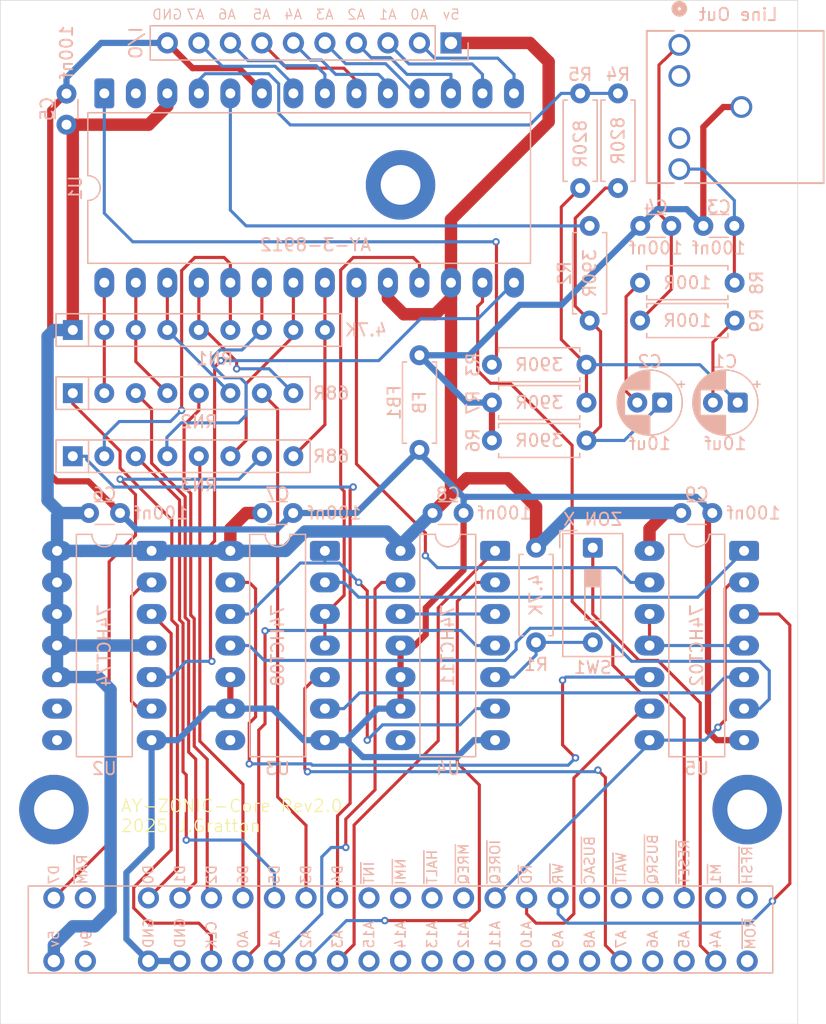
<source format=kicad_pcb>
(kicad_pcb (version 20241229) (generator "pcbnew") (generator_version "9.0")
  (title_block (title "AY-ZONIC-Core ZX81 PSG") (date "2025-09-25") (rev "2.0"))
  (layers (0 "F.Cu" signal) (2 "B.Cu" signal) (13 "F.Paste" user) (15 "B.Paste" user) (5 "F.SilkS" user "F.Silkscreen") (7 "B.SilkS" user "B.Silkscreen") (1 "F.Mask" user) (3 "B.Mask" user) (25 "Edge.Cuts" user))
  (net 0 "")
  (net 1 "Net-(C1-Pad1)")
  (net 2 "Net-(C1-Pad2)")
  (net 3 "Net-(C2-Pad1)")
  (net 4 "Net-(C2-Pad2)")
  (net 5 "/LEFT")
  (net 6 "GND_AUDIO")
  (net 7 "/RIGHT")
  (net 8 "VCC")
  (net 9 "GND")
  (net 12 "/D5")
  (net 14 "/D6")
  (net 15 "/A0")
  (net 16 "/A4")
  (net 17 "/D3")
  (net 19 "/D4")
  (net 20 "/~{WR}")
  (net 26 "/A1")
  (net 28 "/A3")
  (net 30 "/D7")
  (net 31 "/D0")
  (net 34 "/A7")
  (net 38 "/D1")
  (net 41 "/~{RD}")
  (net 45 "/D2")
  (net 46 "/CLK")
  (net 47 "/~{RESET}")
  (net 48 "/~{IOREQ}")
  (net 50 "/A2")
  (net 53 "/IOA7")
  (net 54 "/IOA5")
  (net 55 "/IOA6")
  (net 56 "/IOA1")
  (net 57 "/IOA4")
  (net 58 "/IOA3")
  (net 59 "/IOA2")
  (net 60 "/IOA0")
  (net 61 "Net-(R1-Pad2)")
  (net 62 "/OUTA")
  (net 63 "/OUTC")
  (net 64 "/OUTB")
  (net 65 "Net-(RN1-R5)")
  (net 66 "Net-(RN1-R4)")
  (net 67 "Net-(RN1-R7)")
  (net 68 "Net-(RN1-R2)")
  (net 69 "Net-(RN1-R3)")
  (net 70 "Net-(RN1-R6)")
  (net 71 "Net-(RN1-R1)")
  (net 72 "Net-(RN1-R8)")
  (net 73 "/BC1")
  (net 74 "/BDIR")
  (net 75 "/PSGCLK")
  (net 78 "Net-(U2A-D)")
  (net 80 "/IORD")
  (net 82 "/VALID")
  (net 83 "Net-(U3-Pad6)")
  (net 84 "Net-(U3-Pad11)")
  (net 85 "/IOWR")
  (net 86 "Net-(U4-Pad12)")
  (net 88 "Net-(U5-Pad11)")
  (footprint "MountingHole:MountingHole_3.2mm_M3_DIN965_Pad" (layer "F.Cu") (at 67.31 113.792)
    (property "Reference" "H2" (hide yes))
    (property "Value" "MountingHole" (hide yes))
  )
  (footprint "MountingHole:MountingHole_3.2mm_M3_DIN965_Pad" (layer "F.Cu") (at 123.19 113.792)
    (property "Reference" "H1" (hide yes))
    (property "Value" "MountingHole" (hide yes))
  )
  (footprint "MountingHole:MountingHole_3.2mm_M3_DIN965_Pad" (layer "F.Cu") (at 95.25 63.5)
    (property "Reference" "H3" (hide yes))
    (property "Value" "MountingHole" (hide yes))
  )
  (footprint "ZX81_Expansion_Connector:ZX81_EdgeConnector" (layer "F.Cu") (at 95.25 123.444)
    (property "Reference" "CO1" (hide yes))
    (property "Value" "Connector ZX81" (hide yes))
  )
  (footprint "Package_DIP:DIP-14_W7.62mm_LongPads" (layer "B.Cu") (at 122.936 92.964 180)
    (property "Reference" "U5")
    (property "Value" "74HCT02")
  )
  (footprint "Resistor_THT:R_Axial_DIN0207_L6.3mm_D2.5mm_P7.62mm_Horizontal" (layer "B.Cu") (at 114.554 71.374)
    (property "Reference" "R8")
    (property "Value" "100R")
  )
  (footprint "Resistor_THT:R_Axial_DIN0207_L6.3mm_D2.5mm_P7.62mm_Horizontal" (layer "B.Cu") (at 96.774 84.836 90)
    (property "Reference" "FB1")
    (property "Value" "FB")
  )
  (footprint "Capacitor_THT:C_Disc_D3.0mm_W1.6mm_P2.50mm" (layer "B.Cu") (at 70.144 89.916)
    (property "Reference" "C6")
    (property "Value" "100nf")
  )
  (footprint "Package_DIP:DIP-14_W7.62mm_LongPads" (layer "B.Cu") (at 75.184 92.964 180)
    (property "Reference" "U2")
    (property "Value" "74HCT74")
  )
  (footprint "Capacitor_THT:C_Disc_D3.0mm_W1.6mm_P2.50mm" (layer "B.Cu") (at 122.154 66.802 180)
    (property "Reference" "C3")
    (property "Value" "100nf")
  )
  (footprint "audio_jack:CONN5_SPC21348_MTC" (layer "B.Cu") (at 117.722 52.23 -90)
    (property "Reference" "Line Out")
    (property "Value" "LINEOUT" (hide yes))
  )
  (footprint "Capacitor_THT:CP_Radial_D5.0mm_P2.00mm" (layer "B.Cu") (at 122.428 81.026 180)
    (property "Reference" "C1")
    (property "Value" "10uf")
  )
  (footprint "Resistor_THT:R_Axial_DIN0207_L6.3mm_D2.5mm_P7.62mm_Horizontal" (layer "B.Cu") (at 110.236 81.026 180)
    (property "Reference" "R7")
    (property "Value" "390R")
  )
  (footprint "Resistor_THT:R_Axial_DIN0207_L6.3mm_D2.5mm_P7.62mm_Horizontal" (layer "B.Cu") (at 102.616 77.978)
    (property "Reference" "R3")
    (property "Value" "390R")
  )
  (footprint "Resistor_THT:R_Axial_DIN0207_L6.3mm_D2.5mm_P7.62mm_Horizontal" (layer "B.Cu") (at 106.172 92.71 -90)
    (property "Reference" "R1")
    (property "Value" "4.7K")
  )
  (footprint "Resistor_THT:R_Axial_DIN0207_L6.3mm_D2.5mm_P7.62mm_Horizontal" (layer "B.Cu") (at 122.174 74.422 180)
    (property "Reference" "R9")
    (property "Value" "100R")
  )
  (footprint "Capacitor_THT:CP_Radial_D5.0mm_P2.00mm" (layer "B.Cu") (at 116.332 81.026 180)
    (property "Reference" "C2")
    (property "Value" "10uf")
  )
  (footprint "Capacitor_THT:C_Disc_D3.0mm_W1.6mm_P2.50mm" (layer "B.Cu") (at 97.83 89.916)
    (property "Reference" "C8")
    (property "Value" "100nf")
  )
  (footprint "Capacitor_THT:C_Disc_D3.0mm_W1.6mm_P2.50mm" (layer "B.Cu") (at 117.074 66.802 180)
    (property "Reference" "C4")
    (property "Value" "100nf")
  )
  (footprint "Button_Switch_THT:SW_DIP_SPSTx01_Slide_9.78x4.72mm_W7.62mm_P2.54mm" (layer "B.Cu") (at 110.744 92.71 -90)
    (property "Reference" "SW1")
    (property "Value" "ZON X")
  )
  (footprint "Capacitor_THT:C_Disc_D3.0mm_W1.6mm_P2.50mm" (layer "B.Cu") (at 117.876 89.916)
    (property "Reference" "C9")
    (property "Value" "100nf")
  )
  (footprint "Resistor_THT:R_Axial_DIN0207_L6.3mm_D2.5mm_P7.62mm_Horizontal" (layer "B.Cu") (at 109.728 63.754 90)
    (property "Reference" "R5")
    (property "Value" "820R")
  )
  (footprint "Capacitor_THT:C_Disc_D3.0mm_W1.6mm_P2.50mm" (layer "B.Cu") (at 68.326 58.654 90)
    (property "Reference" "C5")
    (property "Value" "100nf")
  )
  (footprint "Resistor_THT:R_Array_SIP8" (layer "B.Cu") (at 68.834 85.344)
    (property "Reference" "RN3")
    (property "Value" "68R")
  )
  (footprint "Resistor_THT:R_Axial_DIN0207_L6.3mm_D2.5mm_P7.62mm_Horizontal" (layer "B.Cu") (at 110.49 66.802 -90)
    (property "Reference" "R2")
    (property "Value" "390R")
  )
  (footprint "Capacitor_THT:C_Disc_D3.0mm_W1.6mm_P2.50mm" (layer "B.Cu") (at 84.094 89.916)
    (property "Reference" "C7")
    (property "Value" "100nf")
  )
  (footprint "Resistor_THT:R_Axial_DIN0207_L6.3mm_D2.5mm_P7.62mm_Horizontal" (layer "B.Cu") (at 112.776 63.754 90)
    (property "Reference" "R4")
    (property "Value" "820R")
  )
  (footprint "Package_DIP:DIP-14_W7.62mm_LongPads" (layer "B.Cu") (at 89.154 92.964 180)
    (property "Reference" "U3")
    (property "Value" "74HCT08")
  )
  (footprint "Package_DIP:DIP-28_W15.24mm_LongPads" (layer "B.Cu") (at 71.374 56.134 -90)
    (property "Reference" "U1")
    (property "Value" "AY-3-8912")
  )
  (footprint "Resistor_THT:R_Axial_DIN0207_L6.3mm_D2.5mm_P7.62mm_Horizontal" (layer "B.Cu") (at 110.236 84.074 180)
    (property "Reference" "R6")
    (property "Value" "390R")
  )
  (footprint "Connector_PinHeader_2.54mm:PinHeader_1x10_P2.54mm_Vertical" (layer "B.Cu") (at 99.314 52.07 90)
    (property "Reference" "I/O")
    (property "Value" "01x10" (hide yes))
  )
  (footprint "Package_DIP:DIP-14_W7.62mm_LongPads" (layer "B.Cu") (at 102.87 92.964 180)
    (property "Reference" "U4")
    (property "Value" "74HCT11")
  )
  (footprint "Resistor_THT:R_Array_SIP9" (layer "B.Cu") (at 68.834 75.184)
    (property "Reference" "RN1")
    (property "Value" "4.7K")
  )
  (footprint "Resistor_THT:R_Array_SIP8" (layer "B.Cu") (at 68.834 80.264)
    (property "Reference" "RN2")
    (property "Value" "68R")
  )
  (gr_rect (start 62.992 48.641) (end 127.254 131.064) (stroke (width 0.05)) (fill no) (layer "Edge.Cuts"))
  (gr_text "AY-ZONIC-Core Rev2.0\n2025 J.Gratton" (at 72.644 114.3 0) (layer "F.SilkS") (effects (font (size 1 1) (thickness 0.1)) (justify left)))
  (segment (start 108.204 75.946) (end 108.204 65.278) (width 0.25) (layer "F.Cu") (net 1))
  (segment (start 110.236 77.978) (end 108.204 75.946) (width 0.25) (layer "F.Cu") (net 1))
  (segment (start 110.236 77.978) (end 110.236 81.026) (width 0.25) (layer "F.Cu") (net 1))
  (segment (start 108.204 65.278) (end 109.728 63.754) (width 0.25) (layer "F.Cu") (net 1))
  (segment (start 110.236 77.978) (end 119.38 77.978) (width 0.25) (layer "B.Cu") (net 1))
  (segment (start 119.38 77.978) (end 122.428 81.026) (width 0.25) (layer "B.Cu") (net 1))
  (segment (start 120.428 76.168) (end 122.174 74.422) (width 0.25) (layer "F.Cu") (net 2))
  (segment (start 120.428 81.026) (end 120.428 76.168) (width 0.25) (layer "F.Cu") (net 2))
  (segment (start 111.3746 75.3066) (end 110.49 74.422) (width 0.25) (layer "F.Cu") (net 3))
  (segment (start 111.3746 82.9354) (end 111.3746 75.3066) (width 0.25) (layer "F.Cu") (net 3))
  (segment (start 109.3292 66.1848) (end 111.76 63.754) (width 0.25) (layer "F.Cu") (net 3))
  (segment (start 111.76 63.754) (end 112.776 63.754) (width 0.25) (layer "F.Cu") (net 3))
  (segment (start 110.236 84.074) (end 111.3746 82.9354) (width 0.25) (layer "F.Cu") (net 3))
  (segment (start 109.3292 73.2612) (end 109.3292 66.1848) (width 0.25) (layer "F.Cu") (net 3))
  (segment (start 110.49 74.422) (end 109.3292 73.2612) (width 0.25) (layer "F.Cu") (net 3))
  (segment (start 113.284 84.074) (end 110.236 84.074) (width 0.25) (layer "B.Cu") (net 3))
  (segment (start 116.332 81.026) (end 113.284 84.074) (width 0.25) (layer "B.Cu") (net 3))
  (segment (start 113.427 72.501) (end 113.427 80.121) (width 0.25) (layer "F.Cu") (net 4))
  (segment (start 114.554 71.374) (end 113.427 72.501) (width 0.25) (layer "F.Cu") (net 4))
  (segment (start 113.427 80.121) (end 114.332 81.026) (width 0.25) (layer "F.Cu") (net 4))
  (segment (start 122.154 71.354) (end 122.154 66.802) (width 0.25) (layer "F.Cu") (net 5))
  (segment (start 122.174 71.374) (end 122.154 71.354) (width 0.25) (layer "F.Cu") (net 5))
  (segment (start 122.154 66.802) (end 122.154 64.75) (width 0.25) (layer "B.Cu") (net 5))
  (segment (start 122.154 64.75) (end 119.634 62.23) (width 0.25) (layer "B.Cu") (net 5))
  (segment (start 119.634 62.23) (end 117.722 62.23) (width 0.25) (layer "B.Cu") (net 5))
  (segment (start 102.616 84.074) (end 102.616 81.026) (width 0.5) (layer "F.Cu") (net 6))
  (segment (start 121.265 57.23) (end 122.722 57.23) (width 0.5) (layer "F.Cu") (net 6))
  (segment (start 119.654 66.802) (end 119.654 58.841) (width 0.5) (layer "F.Cu") (net 6))
  (segment (start 119.654 58.841) (end 121.265 57.23) (width 0.5) (layer "F.Cu") (net 6))
  (segment (start 100.584 81.026) (end 102.616 81.026) (width 0.5) (layer "B.Cu") (net 6))
  (segment (start 108.224 73.152) (end 114.574 66.802) (width 0.5) (layer "B.Cu") (net 6))
  (segment (start 118.3067 65.4547) (end 119.654 66.802) (width 0.5) (layer "B.Cu") (net 6))
  (segment (start 104.8548 73.152) (end 108.224 73.152) (width 0.5) (layer "B.Cu") (net 6))
  (segment (start 115.9213 65.4547) (end 118.3067 65.4547) (width 0.5) (layer "B.Cu") (net 6))
  (segment (start 96.774 77.216) (end 100.584 81.026) (width 0.5) (layer "B.Cu") (net 6))
  (segment (start 100.7908 77.216) (end 104.8548 73.152) (width 0.5) (layer "B.Cu") (net 6))
  (segment (start 114.574 66.802) (end 115.9213 65.4547) (width 0.5) (layer "B.Cu") (net 6))
  (segment (start 96.774 77.216) (end 100.7908 77.216) (width 0.5) (layer "B.Cu") (net 6))
  (segment (start 116.4684 53.4576) (end 116.078 53.848) (width 0.25) (layer "F.Cu") (net 7))
  (segment (start 116.4944 53.4576) (end 116.4684 53.4576) (width 0.25) (layer "F.Cu") (net 7))
  (segment (start 116.078 53.848) (end 116.078 65.806) (width 0.25) (layer "F.Cu") (net 7))
  (segment (start 117.074 71.902) (end 114.554 74.422) (width 0.25) (layer "F.Cu") (net 7))
  (segment (start 116.078 65.806) (end 117.074 66.802) (width 0.25) (layer "F.Cu") (net 7))
  (segment (start 117.074 66.802) (end 117.074 71.902) (width 0.25) (layer "F.Cu") (net 7))
  (segment (start 117.722 52.23) (end 116.4944 53.4576) (width 0.25) (layer "F.Cu") (net 7))
  (segment (start 76.454 56.134) (end 76.454 57.15) (width 1) (layer "F.Cu") (net 8))
  (segment (start 81.534 91.186) (end 82.804 89.916) (width 1) (layer "F.Cu") (net 8))
  (segment (start 107.188 53.594) (end 105.664 52.07) (width 1) (layer "F.Cu") (net 8))
  (segment (start 99.314 66.294) (end 107.188 58.42) (width 1) (layer "F.Cu") (net 8))
  (segment (start 68.834 59.162) (end 68.834 75.184) (width 1) (layer "F.Cu") (net 8))
  (segment (start 82.804 89.916) (end 84.094 89.916) (width 1) (layer "F.Cu") (net 8))
  (segment (start 81.534 92.964) (end 81.534 91.186) (width 1) (layer "F.Cu") (net 8))
  (segment (start 95.504 73.914) (end 98.044 73.914) (width 1) (layer "F.Cu") (net 8))
  (segment (start 74.95 58.654) (end 68.326 58.654) (width 1) (layer "F.Cu") (net 8))
  (segment (start 107.188 58.42) (end 107.188 53.594) (width 1) (layer "F.Cu") (net 8))
  (segment (start 94.234 71.374) (end 94.234 72.644) (width 1) (layer "F.Cu") (net 8))
  (segment (start 116.586 89.916) (end 117.876 89.916) (width 1) (layer "F.Cu") (net 8))
  (segment (start 106.172 89.408) (end 106.172 92.71) (width 1) (layer "F.Cu") (net 8))
  (segment (start 97.83 89.916) (end 99.314 88.432) (width 1) (layer "F.Cu") (net 8))
  (segment (start 99.7864 87.884) (end 99.822 87.884) (width 1) (layer "F.Cu") (net 8))
  (segment (start 115.316 92.964) (end 115.316 91.186) (width 1) (layer "F.Cu") (net 8))
  (segment (start 99.314 72.644) (end 99.314 71.374) (width 1) (layer "F.Cu") (net 8))
  (segment (start 100.584 87.122) (end 103.886 87.122) (width 1) (layer "F.Cu") (net 8))
  (segment (start 103.886 87.122) (end 106.172 89.408) (width 1) (layer "F.Cu") (net 8))
  (segment (start 94.234 72.644) (end 95.504 73.914) (width 1) (layer "F.Cu") (net 8))
  (segment (start 99.314 88.3564) (end 99.314 72.644) (width 1) (layer "F.Cu") (net 8))
  (segment (start 99.314 88.432) (end 99.314 88.3564) (width 1) (layer "F.Cu") (net 8))
  (segment (start 99.314 88.3564) (end 99.7864 87.884) (width 1) (layer "F.Cu") (net 8))
  (segment (start 68.326 58.654) (end 68.834 59.162) (width 1) (layer "F.Cu") (net 8))
  (segment (start 76.454 57.15) (end 74.95 58.654) (width 1) (layer "F.Cu") (net 8))
  (segment (start 105.664 52.07) (end 99.314 52.07) (width 1) (layer "F.Cu") (net 8))
  (segment (start 98.044 73.914) (end 99.314 72.644) (width 1) (layer "F.Cu") (net 8))
  (segment (start 99.822 87.884) (end 100.584 87.122) (width 1) (layer "F.Cu") (net 8))
  (segment (start 99.314 71.374) (end 99.314 66.294) (width 1) (layer "F.Cu") (net 8))
  (segment (start 115.316 91.186) (end 116.586 89.916) (width 1) (layer "F.Cu") (net 8))
  (segment (start 67.564 92.964) (end 69.5157 92.964) (width 1) (layer "B.Cu") (net 8))
  (segment (start 67.564 103.124) (end 70.866 103.124) (width 1) (layer "B.Cu") (net 8))
  (segment (start 85.9882 92.964) (end 87.5496 91.4026) (width 1) (layer "B.Cu") (net 8))
  (segment (start 70.866 103.124) (end 71.882 104.14) (width 1) (layer "B.Cu") (net 8))
  (segment (start 95.25 92.496) (end 95.25 92.964) (width 1) (layer "B.Cu") (net 8))
  (segment (start 67.564 103.124) (end 67.564 100.584) (width 1) (layer "B.Cu") (net 8))
  (segment (start 117.876 89.916) (end 108.966 89.916) (width 1) (layer "B.Cu") (net 8))
  (segment (start 67.31 75.184) (end 66.802 75.692) (width 1) (layer "B.Cu") (net 8))
  (segment (start 76.8663 92.964) (end 81.534 92.964) (width 1) (layer "B.Cu") (net 8))
  (segment (start 94.1566 91.4026) (end 95.25 92.496) (width 1) (layer "B.Cu") (net 8))
  (segment (start 71.882 104.14) (end 71.882 121.92) (width 1) (layer "B.Cu") (net 8))
  (segment (start 71.882 121.92) (end 70.612 123.19) (width 1) (layer "B.Cu") (net 8))
  (segment (start 67.564 90.17) (end 67.818 89.916) (width 1) (layer "B.Cu") (net 8))
  (segment (start 67.31 124.714) (end 67.31 125.491) (width 1) (layer "B.Cu") (net 8))
  (segment (start 70.612 123.19) (end 68.834 123.19) (width 1) (layer "B.Cu") (net 8))
  (segment (start 66.802 88.9) (end 67.818 89.916) (width 1) (layer "B.Cu") (net 8))
  (segment (start 67.564 100.584) (end 67.564 98.044) (width 1) (layer "B.Cu") (net 8))
  (segment (start 97.83 89.916) (end 95.25 92.496) (width 1) (layer "B.Cu") (net 8))
  (segment (start 76.8663 92.964) (end 69.5157 92.964) (width 1) (layer "B.Cu") (net 8))
  (segment (start 75.184 92.964) (end 76.8663 92.964) (width 1) (layer "B.Cu") (net 8))
  (segment (start 68.834 75.184) (end 67.31 75.184) (width 1) (layer "B.Cu") (net 8))
  (segment (start 67.818 89.916) (end 70.144 89.916) (width 1) (layer "B.Cu") (net 8))
  (segment (start 108.966 89.916) (end 106.172 92.71) (width 1) (layer "B.Cu") (net 8))
  (segment (start 67.564 92.964) (end 67.564 90.17) (width 1) (layer "B.Cu") (net 8))
  (segment (start 87.5496 91.4026) (end 94.1566 91.4026) (width 1) (layer "B.Cu") (net 8))
  (segment (start 67.564 95.504) (end 67.564 92.964) (width 1) (layer "B.Cu") (net 8))
  (segment (start 67.564 98.044) (end 67.564 95.504) (width 1) (layer "B.Cu") (net 8))
  (segment (start 75.184 100.584) (end 67.564 100.584) (width 1) (layer "B.Cu") (net 8))
  (segment (start 81.534 92.964) (end 85.9882 92.964) (width 1) (layer "B.Cu") (net 8))
  (segment (start 66.802 75.692) (end 66.802 88.9) (width 1) (layer "B.Cu") (net 8))
  (segment (start 68.834 123.19) (end 67.31 124.714) (width 1) (layer "B.Cu") (net 8))
  (segment (start 68.326 56.154) (end 67.0157 57.4643) (width 0.5) (layer "F.Cu") (net 9))
  (segment (start 100.33 89.916) (end 100.33 94.5083) (width 0.5) (layer "F.Cu") (net 9))
  (segment (start 81.534 105.664) (end 81.534 103.124) (width 0.5) (layer "F.Cu") (net 9))
  (segment (start 84.074 55.9563) (end 82.2197 54.102) (width 0.5) (layer "F.Cu") (net 9))
  (segment (start 82.2197 54.102) (end 78.486 54.102) (width 0.5) (layer "F.Cu") (net 9))
  (segment (start 96.3891 100.584) (end 95.25 100.584) (width 0.5) (layer "F.Cu") (net 9))
  (segment (start 95.25 105.664) (end 95.25 103.124) (width 0.5) (layer "F.Cu") (net 9))
  (segment (start 120.0294 90.2626) (end 120.0294 107.497) (width 0.5) (layer "F.Cu") (net 9))
  (segment (start 97.282 97.5563) (end 97.282 99.6911) (width 0.5) (layer "F.Cu") (net 9))
  (segment (start 100.33 94.5083) (end 97.282 97.5563) (width 0.5) (layer "F.Cu") (net 9))
  (segment (start 95.25 103.124) (end 95.25 100.584) (width 0.5) (layer "F.Cu") (net 9))
  (segment (start 120.7364 108.204) (end 121.2343 108.204) (width 0.5) (layer "F.Cu") (net 9))
  (segment (start 67.5526 87.3646) (end 70.0926 87.3646) (width 0.5) (layer "F.Cu") (net 9))
  (segment (start 78.486 54.102) (end 76.454 52.07) (width 0.5) (layer "F.Cu") (net 9))
  (segment (start 120.376 89.916) (end 120.0294 90.2626) (width 0.5) (layer "F.Cu") (net 9))
  (segment (start 97.282 99.6911) (end 96.3891 100.584) (width 0.5) (layer "F.Cu") (net 9))
  (segment (start 84.074 56.134) (end 84.074 55.9563) (width 0.5) (layer "F.Cu") (net 9))
  (segment (start 122.936 108.204) (end 121.2343 108.204) (width 0.5) (layer "F.Cu") (net 9))
  (segment (start 67.0157 86.8277) (end 67.5526 87.3646) (width 0.5) (layer "F.Cu") (net 9))
  (segment (start 70.0926 87.3646) (end 72.644 89.916) (width 0.5) (layer "F.Cu") (net 9))
  (segment (start 67.0157 57.4643) (end 67.0157 86.8277) (width 0.5) (layer "F.Cu") (net 9))
  (segment (start 120.0294 107.497) (end 120.7364 108.204) (width 0.5) (layer "F.Cu") (net 9))
  (segment (start 79.8323 105.664) (end 77.2923 108.204) (width 0.5) (layer "B.Cu") (net 9))
  (segment (start 72.644 89.916) (end 73.9643 91.2363) (width 0.5) (layer "B.Cu") (net 9))
  (segment (start 100.5502 88.6122) (end 100.33 88.8324) (width 0.5) (layer "B.Cu") (net 9))
  (segment (start 81.534 105.664) (end 79.8323 105.664) (width 0.5) (layer "B.Cu") (net 9))
  (segment (start 120.376 89.916) (end 119.0722 88.6122) (width 0.5) (layer "B.Cu") (net 9))
  (segment (start 100.2962 88.6122) (end 96.774 85.09) (width 0.5) (layer "B.Cu") (net 9))
  (segment (start 77.2923 108.204) (end 75.438 108.204) (width 0.5) (layer "B.Cu") (net 9))
  (segment (start 89.154 108.204) (end 87.4523 108.204) (width 0.5) (layer "B.Cu") (net 9))
  (segment (start 73.9643 91.2363) (end 85.2737 91.2363) (width 0.5) (layer "B.Cu") (net 9))
  (segment (start 96.774 84.836) (end 91.694 89.916) (width 0.5) (layer "B.Cu") (net 9))
  (segment (start 68.326 56.154) (end 68.326 54.864) (width 0.5) (layer "B.Cu") (net 9))
  (segment (start 68.326 54.864) (end 71.12 52.07) (width 0.5) (layer "B.Cu") (net 9))
  (segment (start 73.152 124.206) (end 74.93 125.984) (width 0.5) (layer "B.Cu") (net 9))
  (segment (start 73.152 118.872) (end 73.152 124.206) (width 0.5) (layer "B.Cu") (net 9))
  (segment (start 89.154 108.204) (end 90.8557 108.204) (width 0.5) (layer "B.Cu") (net 9))
  (segment (start 119.0722 88.6122) (end 100.5502 88.6122) (width 0.5) (layer "B.Cu") (net 9))
  (segment (start 84.9123 105.664) (end 87.4523 108.204) (width 0.5) (layer "B.Cu") (net 9))
  (segment (start 71.12 52.07) (end 76.454 52.07) (width 0.5) (layer "B.Cu") (net 9))
  (segment (start 99.8088 109.5635) (end 92.2152 109.5635) (width 0.5) (layer "B.Cu") (net 9))
  (segment (start 91.694 89.916) (end 86.594 89.916) (width 0.5) (layer "B.Cu") (net 9))
  (segment (start 102.87 108.204) (end 101.1683 108.204) (width 0.5) (layer "B.Cu") (net 9))
  (segment (start 101.1683 108.204) (end 99.8088 109.5635) (width 0.5) (layer "B.Cu") (net 9))
  (segment (start 81.534 105.664) (end 84.9123 105.664) (width 0.5) (layer "B.Cu") (net 9))
  (segment (start 75.184 116.84) (end 73.152 118.872) (width 0.5) (layer "B.Cu") (net 9))
  (segment (start 93.3957 105.664) (end 90.8557 108.204) (width 0.5) (layer "B.Cu") (net 9))
  (segment (start 95.25 105.664) (end 93.3957 105.664) (width 0.5) (layer "B.Cu") (net 9))
  (segment (start 77.47 125.984) (end 74.93 125.984) (width 0.5) (layer "B.Cu") (net 9))
  (segment (start 100.33 88.8324) (end 100.33 89.916) (width 0.5) (layer "B.Cu") (net 9))
  (segment (start 75.438 108.204) (end 75.184 108.458) (width 0.5) (layer "B.Cu") (net 9))
  (segment (start 92.2152 109.5635) (end 90.8557 108.204) (width 0.5) (layer "B.Cu") (net 9))
  (segment (start 96.774 85.09) (end 96.774 84.836) (width 0.5) (layer "B.Cu") (net 9))
  (segment (start 100.5502 88.6122) (end 100.2962 88.6122) (width 0.5) (layer "B.Cu") (net 9))
  (segment (start 85.2737 91.2363) (end 86.594 89.916) (width 0.5) (layer "B.Cu") (net 9))
  (segment (start 75.184 108.458) (end 75.184 116.84) (width 0.5) (layer "B.Cu") (net 9))
  (segment (start 77.978 110.998) (end 77.718 110.738) (width 0.25) (layer "F.Cu") (net 12))
  (segment (start 77.4534 98.5231) (end 77.4383 98.508) (width 0.25) (layer "F.Cu") (net 12))
  (segment (start 77.718 110.738) (end 77.718 98.7877) (width 0.25) (layer "F.Cu") (net 12))
  (segment (start 77.718 98.7877) (end 77.4534 98.5231) (width 0.25) (layer "F.Cu") (net 12))
  (segment (start 77.4383 88.8683) (end 73.914 85.344) (width 0.25) (layer "F.Cu") (net 12))
  (segment (start 77.978 116.2453) (end 77.978 110.998) (width 0.25) (layer "F.Cu") (net 12))
  (segment (start 77.4383 98.508) (end 77.4383 88.8683) (width 0.25) (layer "F.Cu") (net 12))
  (segment (start 77.4534 98.5231) (end 77.4383 98.508) (width 0.25) (layer "F.Cu") (net 12))
  (via (at 77.978 116.2453) (size 0.6) (drill 0.3) (layers "F.Cu" "B.Cu") (net 12))
  (segment (start 85.09 118.872) (end 82.4633 116.2453) (width 0.25) (layer "B.Cu") (net 12))
  (segment (start 85.09 120.904) (end 85.09 118.872) (width 0.25) (layer "B.Cu") (net 12))
  (segment (start 82.4633 116.2453) (end 77.978 116.2453) (width 0.25) (layer "B.Cu") (net 12))
  (segment (start 79.0731 85.4231) (end 78.994 85.344) (width 0.25) (layer "F.Cu") (net 14))
  (segment (start 82.55 120.904) (end 82.55 111.7602) (width 0.25) (layer "F.Cu") (net 14))
  (segment (start 82.55 111.7602) (end 79.0731 108.2833) (width 0.25) (layer "F.Cu") (net 14))
  (segment (start 79.0731 108.2833) (end 79.0731 85.4231) (width 0.25) (layer "F.Cu") (net 14))
  (segment (start 84.328 99.4051) (end 84.328 106.8807) (width 0.25) (layer "F.Cu") (net 15))
  (segment (start 83.8214 107.3873) (end 83.8214 124.7126) (width 0.25) (layer "F.Cu") (net 15))
  (segment (start 84.328 106.8807) (end 83.8214 107.3873) (width 0.25) (layer "F.Cu") (net 15))
  (segment (start 83.8214 124.7126) (end 82.55 125.984) (width 0.25) (layer "F.Cu") (net 15))
  (via (at 84.328 99.4051) (size 0.6) (drill 0.3) (layers "F.Cu" "B.Cu") (net 15))
  (segment (start 100.1296 99.3703) (end 101.3433 100.584) (width 0.25) (layer "B.Cu") (net 15))
  (segment (start 84.328 99.4051) (end 84.3628 99.3703) (width 0.25) (layer "B.Cu") (net 15))
  (segment (start 101.3433 100.584) (end 102.87 100.584) (width 0.25) (layer "B.Cu") (net 15))
  (segment (start 84.3628 99.3703) (end 100.1296 99.3703) (width 0.25) (layer "B.Cu") (net 15))
  (segment (start 119.4027 124.7367) (end 119.4027 105.1983) (width 0.25) (layer "F.Cu") (net 16))
  (segment (start 119.4027 105.1983) (end 115.9899 101.7855) (width 0.25) (layer "F.Cu") (net 16))
  (segment (start 120.65 125.984) (end 119.4027 124.7367) (width 0.25) (layer "F.Cu") (net 16))
  (segment (start 115.9899 101.7855) (end 114.478 101.7855) (width 0.25) (layer "F.Cu") (net 16))
  (segment (start 110.744 98.0515) (end 110.744 92.71) (width 0.25) (layer "F.Cu") (net 16))
  (segment (start 114.478 101.7855) (end 110.744 98.0515) (width 0.25) (layer "F.Cu") (net 16))
  (segment (start 85.344 112.776) (end 85.344 81.534) (width 0.25) (layer "F.Cu") (net 17))
  (segment (start 87.63 115.062) (end 85.344 112.776) (width 0.25) (layer "F.Cu") (net 17))
  (segment (start 85.344 81.534) (end 84.074 80.264) (width 0.25) (layer "F.Cu") (net 17))
  (segment (start 87.63 120.904) (end 87.63 115.062) (width 0.25) (layer "F.Cu") (net 17))
  (segment (start 90.17 114.3) (end 90.17 120.904) (width 0.25) (layer "F.Cu") (net 19))
  (segment (start 91.186 113.284) (end 90.17 114.3) (width 0.25) (layer "F.Cu") (net 19))
  (segment (start 91.186 113.284) (end 91.186 88.0682) (width 0.25) (layer "F.Cu") (net 19))
  (segment (start 91.186 88.0682) (end 91.4305 87.8237) (width 0.25) (layer "F.Cu") (net 19))
  (via (at 91.4305 87.8237) (size 0.6) (drill 0.3) (layers "F.Cu" "B.Cu") (net 19))
  (segment (start 69.9607 85.6257) (end 69.9607 85.344) (width 0.25) (layer "B.Cu") (net 19))
  (segment (start 72.1587 87.8237) (end 69.9607 85.6257) (width 0.25) (layer "B.Cu") (net 19))
  (segment (start 68.834 85.344) (end 69.9607 85.344) (width 0.25) (layer "B.Cu") (net 19))
  (segment (start 91.4305 87.8237) (end 72.1587 87.8237) (width 0.25) (layer "B.Cu") (net 19))
  (segment (start 125.73 98.044) (end 122.936 98.044) (width 0.25) (layer "F.Cu") (net 20))
  (segment (start 126.628 119.752) (end 126.628 98.942) (width 0.25) (layer "F.Cu") (net 20))
  (segment (start 125.222 121.158) (end 126.628 119.752) (width 0.25) (layer "F.Cu") (net 20))
  (segment (start 126.628 98.942) (end 125.73 98.044) (width 0.25) (layer "F.Cu") (net 20))
  (via (at 125.222 121.158) (size 0.6) (drill 0.3) (layers "F.Cu" "B.Cu") (net 20))
  (segment (start 107.95 122.174) (end 107.95 120.904) (width 0.25) (layer "B.Cu") (net 20))
  (segment (start 125.222 121.158) (end 123.444 122.936) (width 0.25) (layer "B.Cu") (net 20))
  (segment (start 108.712 122.936) (end 107.95 122.174) (width 0.25) (layer "B.Cu") (net 20))
  (segment (start 123.444 122.936) (end 108.712 122.936) (width 0.25) (layer "B.Cu") (net 20))
  (segment (start 90.838 116.84) (end 90.838 114.554) (width 0.25) (layer "F.Cu") (net 26))
  (segment (start 93.1939 96.0334) (end 93.7233 95.504) (width 0.25) (layer "F.Cu") (net 26))
  (segment (start 93.7233 95.504) (end 95.25 95.504) (width 0.25) (layer "F.Cu") (net 26))
  (segment (start 93.1939 112.1981) (end 93.1939 96.0334) (width 0.25) (layer "F.Cu") (net 26))
  (segment (start 90.838 114.554) (end 93.1939 112.1981) (width 0.25) (layer "F.Cu") (net 26))
  (via (at 90.838 116.84) (size 0.6) (drill 0.3) (layers "F.Cu" "B.Cu") (net 26))
  (segment (start 88.9 120.4408) (end 88.8999 120.4409) (width 0.25) (layer "B.Cu") (net 26))
  (segment (start 90.838 116.84) (end 89.662 116.84) (width 0.25) (layer "B.Cu") (net 26))
  (segment (start 89.662 116.84) (end 88.9 117.602) (width 0.25) (layer "B.Cu") (net 26))
  (segment (start 88.8999 120.4409) (end 88.8999 122.1741) (width 0.25) (layer "B.Cu") (net 26))
  (segment (start 88.9 117.602) (end 88.9 120.4408) (width 0.25) (layer "B.Cu") (net 26))
  (segment (start 88.8999 122.1741) (end 85.09 125.984) (width 0.25) (layer "B.Cu") (net 26))
  (segment (start 98.2851 97.5489) (end 98.2851 108.2554) (width 0.25) (layer "F.Cu") (net 28))
  (segment (start 91.5059 124.6481) (end 90.17 125.984) (width 0.25) (layer "F.Cu") (net 28))
  (segment (start 102.87 92.964) (end 98.2851 97.5489) (width 0.25) (layer "F.Cu") (net 28))
  (segment (start 98.2851 108.2554) (end 91.5059 115.0346) (width 0.25) (layer "F.Cu") (net 28))
  (segment (start 91.5059 115.0346) (end 91.5059 124.6481) (width 0.25) (layer "F.Cu") (net 28))
  (segment (start 72.6517 87.1966) (end 73.8864 88.4313) (width 0.25) (layer "F.Cu") (net 30))
  (segment (start 71.7634 116.4506) (end 67.31 120.904) (width 0.25) (layer "F.Cu") (net 30))
  (segment (start 73.8864 88.4313) (end 73.8864 91.7206) (width 0.25) (layer "F.Cu") (net 30))
  (segment (start 73.8864 91.7206) (end 71.7634 93.8436) (width 0.25) (layer "F.Cu") (net 30))
  (segment (start 71.7634 93.8436) (end 71.7634 116.4506) (width 0.25) (layer "F.Cu") (net 30))
  (via (at 72.6517 87.1966) (size 0.6) (drill 0.3) (layers "F.Cu" "B.Cu") (net 30))
  (segment (start 82.2214 87.1966) (end 84.074 85.344) (width 0.25) (layer "B.Cu") (net 30))
  (segment (start 72.6517 87.1966) (end 82.2214 87.1966) (width 0.25) (layer "B.Cu") (net 30))
  (segment (start 77.2663 118.5677) (end 77.2663 98.9899) (width 0.25) (layer "F.Cu") (net 31))
  (segment (start 76.8146 98.5382) (end 76.8146 90.4732) (width 0.25) (layer "F.Cu") (net 31))
  (segment (start 68.834 81.109) (end 68.834 80.264) (width 0.25) (layer "F.Cu") (net 31))
  (segment (start 72.644 86.3026) (end 72.644 84.919) (width 0.25) (layer "F.Cu") (net 31))
  (segment (start 72.644 84.919) (end 68.834 81.109) (width 0.25) (layer "F.Cu") (net 31))
  (segment (start 76.8146 90.4732) (end 72.644 86.3026) (width 0.25) (layer "F.Cu") (net 31))
  (segment (start 77.2663 98.9899) (end 76.8146 98.5382) (width 0.25) (layer "F.Cu") (net 31))
  (segment (start 74.93 120.904) (end 77.2663 118.5677) (width 0.25) (layer "F.Cu") (net 31))
  (segment (start 88.646 103.632) (end 89.154 103.124) (width 0.25) (layer "F.Cu") (net 34))
  (segment (start 111.76 111.2139) (end 111.1593 110.6132) (width 0.25) (layer "F.Cu") (net 34))
  (segment (start 87.5353 104.048) (end 88.4593 103.124) (width 0.25) (layer "F.Cu") (net 34))
  (segment (start 87.5353 110.5256) (end 87.5353 104.048) (width 0.25) (layer "F.Cu") (net 34))
  (segment (start 113.03 125.984) (end 111.76 124.714) (width 0.25) (layer "F.Cu") (net 34))
  (segment (start 88.4593 103.124) (end 89.154 103.124) (width 0.25) (layer "F.Cu") (net 34))
  (segment (start 111.76 124.714) (end 111.76 111.2139) (width 0.25) (layer "F.Cu") (net 34))
  (segment (start 87.7509 110.7412) (end 87.5353 110.5256) (width 0.25) (layer "F.Cu") (net 34))
  (via (at 87.7509 110.7412) (size 0.6) (drill 0.3) (layers "F.Cu" "B.Cu") (net 34))
  (via (at 111.1593 110.6132) (size 0.6) (drill 0.3) (layers "F.Cu" "B.Cu") (net 34))
  (segment (start 111.0313 110.7412) (end 111.1593 110.6132) (width 0.25) (layer "B.Cu") (net 34))
  (segment (start 87.7509 110.7412) (end 111.0313 110.7412) (width 0.25) (layer "B.Cu") (net 34))
  (segment (start 75.184 85.8993) (end 75.184 81.534) (width 0.25) (layer "F.Cu") (net 38))
  (segment (start 75.184 81.534) (end 73.914 80.264) (width 0.25) (layer "F.Cu") (net 38))
  (segment (start 78.1697 98.6006) (end 77.9051 98.336) (width 0.25) (layer "F.Cu") (net 38))
  (segment (start 77.89 98.3209) (end 77.89 88.6053) (width 0.25) (layer "F.Cu") (net 38))
  (segment (start 78.7436 119.6304) (end 78.7436 109.7316) (width 0.25) (layer "F.Cu") (net 38))
  (segment (start 77.9051 98.336) (end 77.89 98.3209) (width 0.25) (layer "F.Cu") (net 38))
  (segment (start 77.89 88.6053) (end 75.184 85.8993) (width 0.25) (layer "F.Cu") (net 38))
  (segment (start 78.1697 109.1577) (end 78.1697 98.6006) (width 0.25) (layer "F.Cu") (net 38))
  (segment (start 78.7436 109.7316) (end 78.1697 109.1577) (width 0.25) (layer "F.Cu") (net 38))
  (segment (start 77.9051 98.336) (end 77.89 98.3209) (width 0.25) (layer "F.Cu") (net 38))
  (segment (start 77.47 120.904) (end 78.7436 119.6304) (width 0.25) (layer "F.Cu") (net 38))
  (segment (start 106.172 122.936) (end 108.458 122.936) (width 0.25) (layer "F.Cu") (net 41))
  (segment (start 105.41 122.174) (end 106.172 122.936) (width 0.25) (layer "F.Cu") (net 41))
  (segment (start 105.41 120.904) (end 105.41 122.174) (width 0.25) (layer "F.Cu") (net 41))
  (segment (start 114.808 105.664) (end 115.316 105.664) (width 0.25) (layer "F.Cu") (net 41))
  (segment (start 109.22 111.252) (end 114.808 105.664) (width 0.25) (layer "F.Cu") (net 41))
  (segment (start 108.458 122.936) (end 109.22 122.174) (width 0.25) (layer "F.Cu") (net 41))
  (segment (start 109.22 122.174) (end 109.22 111.252) (width 0.25) (layer "F.Cu") (net 41))
  (segment (start 78.3568 98.1489) (end 78.3417 98.1338) (width 0.25) (layer "F.Cu") (net 45))
  (segment (start 78.6214 108.6956) (end 78.6214 98.4135) (width 0.25) (layer "F.Cu") (net 45))
  (segment (start 79.6673 120.5613) (end 80.01 120.904) (width 0.25) (layer "F.Cu") (net 45))
  (segment (start 78.994 81.6557) (end 78.994 80.264) (width 0.25) (layer "F.Cu") (net 45))
  (segment (start 79.4817 109.5559) (end 79.6673 109.7415) (width 0.25) (layer "F.Cu") (net 45))
  (segment (start 78.6214 98.4135) (end 78.3568 98.1489) (width 0.25) (layer "F.Cu") (net 45))
  (segment (start 78.3568 98.1489) (end 78.3417 98.1338) (width 0.25) (layer "F.Cu") (net 45))
  (segment (start 77.9905 87.9889) (end 77.8034 87.8018) (width 0.25) (layer "F.Cu") (net 45))
  (segment (start 78.3417 98.1338) (end 78.3417 88.3401) (width 0.25) (layer "F.Cu") (net 45))
  (segment (start 79.4817 109.5559) (end 78.6214 108.6956) (width 0.25) (layer "F.Cu") (net 45))
  (segment (start 77.9905 87.9889) (end 77.8034 87.8018) (width 0.25) (layer "F.Cu") (net 45))
  (segment (start 77.8034 87.8018) (end 77.8034 82.8463) (width 0.25) (layer "F.Cu") (net 45))
  (segment (start 79.6673 109.7415) (end 79.6673 120.5613) (width 0.25) (layer "F.Cu") (net 45))
  (segment (start 79.4817 109.5559) (end 79.6673 109.7415) (width 0.25) (layer "F.Cu") (net 45))
  (segment (start 78.3417 88.3401) (end 77.9905 87.9889) (width 0.25) (layer "F.Cu") (net 45))
  (segment (start 77.8034 82.8463) (end 78.994 81.6557) (width 0.25) (layer "F.Cu") (net 45))
  (segment (start 73.7429 121.71315) (end 74.96575 122.936) (width 0.25) (layer "F.Cu") (net 46))
  (segment (start 75.184 98.044) (end 76.7636 99.6236) (width 0.25) (layer "F.Cu") (net 46))
  (segment (start 78.994 122.936) (end 80.01 123.952) (width 0.25) (layer "F.Cu") (net 46))
  (segment (start 73.7429 120.0591) (end 73.7429 121.71315) (width 0.25) (layer "F.Cu") (net 46))
  (segment (start 80.01 123.952) (end 80.01 125.984) (width 0.25) (layer "F.Cu") (net 46))
  (segment (start 76.7636 99.6236) (end 76.7636 117.0384) (width 0.25) (layer "F.Cu") (net 46))
  (segment (start 76.7636 117.0384) (end 73.7429 120.0591) (width 0.25) (layer "F.Cu") (net 46))
  (segment (start 74.96575 122.936) (end 78.994 122.936) (width 0.25) (layer "F.Cu") (net 46))
  (segment (start 101.854 71.374) (end 101.854 72.9007) (width 0.25) (layer "F.Cu") (net 47))
  (segment (start 104.07485 79.4666) (end 109.0776 84.46935) (width 0.25) (layer "F.Cu") (net 47))
  (segment (start 109.0776 84.46935) (end 109.0776 97.047) (width 0.25) (layer "F.Cu") (net 47))
  (segment (start 109.0776 97.047) (end 112.3606 100.33) (width 0.25) (layer "F.Cu") (net 47))
  (segment (start 101.4671 73.2876) (end 101.4671 78.4499) (width 0.25) (layer "F.Cu") (net 47))
  (segment (start 101.854 72.9007) (end 101.4671 73.2876) (width 0.25) (layer "F.Cu") (net 47))
  (segment (start 116.078 104.394) (end 118.11 106.426) (width 0.25) (layer "F.Cu") (net 47))
  (segment (start 112.3606 102.1673) (end 114.5873 104.394) (width 0.25) (layer "F.Cu") (net 47))
  (segment (start 112.3606 100.33) (end 112.3606 102.1673) (width 0.25) (layer "F.Cu") (net 47))
  (segment (start 114.5873 104.394) (end 116.078 104.394) (width 0.25) (layer "F.Cu") (net 47))
  (segment (start 101.4671 78.4499) (end 102.4838 79.4666) (width 0.25) (layer "F.Cu") (net 47))
  (segment (start 102.4838 79.4666) (end 104.07485 79.4666) (width 0.25) (layer "F.Cu") (net 47))
  (segment (start 118.11 106.426) (end 118.11 120.904) (width 0.25) (layer "F.Cu") (net 47))
  (segment (start 121.4093 96.0147) (end 121.4093 106.5867) (width 0.25) (layer "F.Cu") (net 48))
  (segment (start 121.4093 106.5867) (end 120.8311 107.1649) (width 0.25) (layer "F.Cu") (net 48))
  (segment (start 122.936 95.504) (end 121.92 95.504) (width 0.25) (layer "F.Cu") (net 48))
  (segment (start 121.92 95.504) (end 121.4093 96.0147) (width 0.25) (layer "F.Cu") (net 48))
  (via (at 120.8311 107.1649) (size 0.6) (drill 0.3) (layers "F.Cu" "B.Cu") (net 48))
  (segment (start 102.87 120.904) (end 115.316 108.458) (width 0.25) (layer "B.Cu") (net 48))
  (segment (start 115.316 108.458) (end 115.316 108.204) (width 0.25) (layer "B.Cu") (net 48))
  (segment (start 115.316 108.204) (end 119.792 108.204) (width 0.25) (layer "B.Cu") (net 48))
  (segment (start 119.792 108.204) (end 120.8311 107.1649) (width 0.25) (layer "B.Cu") (net 48))
  (segment (start 101.6 121.92) (end 101.6 111.8127) (width 0.25) (layer "F.Cu") (net 50))
  (segment (start 99.822 110.0347) (end 99.822 97.0253) (width 0.25) (layer "F.Cu") (net 50))
  (segment (start 101.3433 95.504) (end 102.87 95.504) (width 0.25) (layer "F.Cu") (net 50))
  (segment (start 100.7924 122.7276) (end 101.6 121.92) (width 0.25) (layer "F.Cu") (net 50))
  (segment (start 99.822 97.0253) (end 101.3433 95.504) (width 0.25) (layer "F.Cu") (net 50))
  (segment (start 101.6 111.8127) (end 99.822 110.0347) (width 0.25) (layer "F.Cu") (net 50))
  (segment (start 93.98 122.7276) (end 100.7924 122.7276) (width 0.25) (layer "F.Cu") (net 50))
  (via (at 93.98 122.7276) (size 0.6) (drill 0.3) (layers "F.Cu" "B.Cu") (net 50))
  (segment (start 93.98 122.7276) (end 90.8864 122.7276) (width 0.25) (layer "B.Cu") (net 50))
  (segment (start 90.8864 122.7276) (end 87.63 125.984) (width 0.25) (layer "B.Cu") (net 50))
  (segment (start 80.8761 53.9521) (end 85.148 53.9521) (width 0.25) (layer "B.Cu") (net 53))
  (segment (start 86.614 55.4181) (end 86.614 56.134) (width 0.25) (layer "B.Cu") (net 53))
  (segment (start 78.994 52.07) (end 80.8761 53.9521) (width 0.25) (layer "B.Cu") (net 53))
  (segment (start 85.148 53.9521) (end 86.614 55.4181) (width 0.25) (layer "B.Cu") (net 53))
  (segment (start 90.678 54.102) (end 91.694 55.118) (width 0.25) (layer "F.Cu") (net 54))
  (segment (start 86.106 54.102) (end 90.678 54.102) (width 0.25) (layer "F.Cu") (net 54))
  (segment (start 84.074 52.07) (end 86.106 54.102) (width 0.25) (layer "F.Cu") (net 54))
  (segment (start 91.694 55.118) (end 91.694 56.134) (width 0.25) (layer "F.Cu") (net 54))
  (segment (start 85.4507 53.5004) (end 82.9644 53.5004) (width 0.25) (layer "B.Cu") (net 55))
  (segment (start 82.9644 53.5004) (end 81.534 52.07) (width 0.25) (layer "B.Cu") (net 55))
  (segment (start 89.154 54.6073) (end 88.4502 53.9035) (width 0.25) (layer "B.Cu") (net 55))
  (segment (start 85.8538 53.9035) (end 85.4507 53.5004) (width 0.25) (layer "B.Cu") (net 55))
  (segment (start 88.4502 53.9035) (end 85.8538 53.9035) (width 0.25) (layer "B.Cu") (net 55))
  (segment (start 89.154 56.134) (end 89.154 54.6073) (width 0.25) (layer "B.Cu") (net 55))
  (segment (start 101.0125 53.7658) (end 101.854 54.6073) (width 0.25) (layer "B.Cu") (net 56))
  (segment (start 94.234 52.07) (end 95.9298 53.7658) (width 0.25) (layer "B.Cu") (net 56))
  (segment (start 95.9298 53.7658) (end 101.0125 53.7658) (width 0.25) (layer "B.Cu") (net 56))
  (segment (start 101.854 56.134) (end 101.854 54.6073) (width 0.25) (layer "B.Cu") (net 56))
  (segment (start 90.0294 54.6073) (end 88.8739 53.4518) (width 0.25) (layer "B.Cu") (net 57))
  (segment (start 94.234 56.134) (end 94.234 55.372) (width 0.25) (layer "B.Cu") (net 57))
  (segment (start 93.4693 54.6073) (end 90.0294 54.6073) (width 0.25) (layer "B.Cu") (net 57))
  (segment (start 94.234 55.372) (end 93.4693 54.6073) (width 0.25) (layer "B.Cu") (net 57))
  (segment (start 88.8739 53.4518) (end 87.9958 53.4518) (width 0.25) (layer "B.Cu") (net 57))
  (segment (start 87.9958 53.4518) (end 86.614 52.07) (width 0.25) (layer "B.Cu") (net 57))
  (segment (start 94.0464 53.7447) (end 90.8287 53.7447) (width 0.25) (layer "B.Cu") (net 58))
  (segment (start 96.4357 56.134) (end 94.0464 53.7447) (width 0.25) (layer "B.Cu") (net 58))
  (segment (start 96.774 56.134) (end 96.4357 56.134) (width 0.25) (layer "B.Cu") (net 58))
  (segment (start 90.8287 53.7447) (end 89.154 52.07) (width 0.25) (layer "B.Cu") (net 58))
  (segment (start 92.8798 53.2558) (end 91.694 52.07) (width 0.25) (layer "B.Cu") (net 59))
  (segment (start 94.4215 53.2558) (end 92.8798 53.2558) (width 0.25) (layer "B.Cu") (net 59))
  (segment (start 95.773 54.6073) (end 94.4215 53.2558) (width 0.25) (layer "B.Cu") (net 59))
  (segment (start 99.314 54.6073) (end 95.773 54.6073) (width 0.25) (layer "B.Cu") (net 59))
  (segment (start 99.314 56.134) (end 99.314 54.6073) (width 0.25) (layer "B.Cu") (net 59))
  (segment (start 104.394 56.134) (end 104.394 54.6073) (width 0.25) (layer "B.Cu") (net 60))
  (segment (start 103.0834 53.2967) (end 104.394 54.6073) (width 0.25) (layer "B.Cu") (net 60))
  (segment (start 98.0007 53.2967) (end 103.0834 53.2967) (width 0.25) (layer "B.Cu") (net 60))
  (segment (start 96.774 52.07) (end 98.0007 53.2967) (width 0.25) (layer "B.Cu") (net 60))
  (segment (start 106.172 100.33) (end 110.744 100.33) (width 0.25) (layer "B.Cu") (net 61))
  (segment (start 106.172 101.3487) (end 106.172 100.33) (width 0.25) (layer "B.Cu") (net 61))
  (segment (start 102.87 103.124) (end 104.3967 103.124) (width 0.25) (layer "B.Cu") (net 61))
  (segment (start 104.3967 103.124) (end 106.172 101.3487) (width 0.25) (layer "B.Cu") (net 61))
  (segment (start 81.534 65.532) (end 82.804 66.802) (width 0.25) (layer "B.Cu") (net 62))
  (segment (start 81.534 56.134) (end 81.534 65.532) (width 0.25) (layer "B.Cu") (net 62))
  (segment (start 82.804 66.802) (end 110.49 66.802) (width 0.25) (layer "B.Cu") (net 62))
  (segment (start 102.616 77.978) (end 102.9807 77.6133) (width 0.25) (layer "F.Cu") (net 63))
  (segment (start 102.9807 77.6133) (end 102.9807 68.1197) (width 0.25) (layer "F.Cu") (net 63))
  (segment (start 102.9807 68.1197) (end 102.9436 68.0826) (width 0.25) (layer "F.Cu") (net 63))
  (via (at 102.9436 68.0826) (size 0.6) (drill 0.3) (layers "F.Cu" "B.Cu") (net 63))
  (segment (start 102.9436 68.0826) (end 73.6706 68.0826) (width 0.25) (layer "B.Cu") (net 63))
  (segment (start 71.374 65.786) (end 71.374 56.134) (width 0.25) (layer "B.Cu") (net 63))
  (segment (start 73.6706 68.0826) (end 71.374 65.786) (width 0.25) (layer "B.Cu") (net 63))
  (segment (start 79.502 54.5492) (end 84.6227 54.5492) (width 0.25) (layer "B.Cu") (net 64))
  (segment (start 78.994 55.0572) (end 79.502 54.5492) (width 0.25) (layer "B.Cu") (net 64))
  (segment (start 78.994 56.134) (end 78.994 55.0572) (width 0.25) (layer "B.Cu") (net 64))
  (segment (start 86.36 58.674) (end 105.664 58.674) (width 0.25) (layer "B.Cu") (net 64))
  (segment (start 84.6227 54.5492) (end 85.4283 55.3548) (width 0.25) (layer "B.Cu") (net 64))
  (segment (start 85.4283 55.3548) (end 85.4283 57.7423) (width 0.25) (layer "B.Cu") (net 64))
  (segment (start 108.204 56.134) (end 112.776 56.134) (width 0.25) (layer "B.Cu") (net 64))
  (segment (start 85.4283 57.7423) (end 86.36 58.674) (width 0.25) (layer "B.Cu") (net 64))
  (segment (start 105.664 58.674) (end 108.204 56.134) (width 0.25) (layer "B.Cu") (net 64))
  (segment (start 81.534 71.374) (end 81.534 69.85) (width 0.25) (layer "F.Cu") (net 65))
  (segment (start 81.534 75.184) (end 81.534 71.374) (width 0.25) (layer "F.Cu") (net 65))
  (segment (start 77.6057 70.4033) (end 77.6057 81.6523) (width 0.25) (layer "F.Cu") (net 65))
  (segment (start 81.026 69.342) (end 78.667 69.342) (width 0.25) (layer "F.Cu") (net 65))
  (segment (start 81.534 69.85) (end 81.026 69.342) (width 0.25) (layer "F.Cu") (net 65))
  (segment (start 78.667 69.342) (end 77.6057 70.4033) (width 0.25) (layer "F.Cu") (net 65))
  (via (at 77.6057 81.6523) (size 0.6) (drill 0.3) (layers "F.Cu" "B.Cu") (net 65))
  (segment (start 71.374 85.344) (end 71.374 83.7565) (width 0.25) (layer "B.Cu") (net 65))
  (segment (start 71.374 83.7565) (end 72.5805 82.55) (width 0.25) (layer "B.Cu") (net 65))
  (segment (start 76.708 82.55) (end 77.6057 81.6523) (width 0.25) (layer "B.Cu") (net 65))
  (segment (start 72.5805 82.55) (end 76.708 82.55) (width 0.25) (layer "B.Cu") (net 65))
  (segment (start 78.994 75.184) (end 78.994 71.374) (width 0.25) (layer "F.Cu") (net 66))
  (segment (start 79.502 75.184) (end 78.994 75.184) (width 0.25) (layer "F.Cu") (net 66))
  (segment (start 82.042 78.3067) (end 82.042 77.724) (width 0.25) (layer "F.Cu") (net 66))
  (segment (start 82.042 77.724) (end 79.502 75.184) (width 0.25) (layer "F.Cu") (net 66))
  (via (at 82.042 78.3067) (size 0.6) (drill 0.3) (layers "F.Cu" "B.Cu") (net 66))
  (segment (start 84.6567 78.3067) (end 86.614 80.264) (width 0.25) (layer "B.Cu") (net 66))
  (segment (start 82.042 78.3067) (end 84.6567 78.3067) (width 0.25) (layer "B.Cu") (net 66))
  (segment (start 82.804 79.502) (end 82.804 84.074) (width 0.25) (layer "F.Cu") (net 67))
  (segment (start 86.614 75.692) (end 82.804 79.502) (width 0.25) (layer "F.Cu") (net 67))
  (segment (start 86.614 75.184) (end 86.614 75.692) (width 0.25) (layer "F.Cu") (net 67))
  (segment (start 86.614 71.374) (end 86.614 75.184) (width 0.25) (layer "F.Cu") (net 67))
  (segment (start 82.804 84.074) (end 81.534 85.344) (width 0.25) (layer "F.Cu") (net 67))
  (segment (start 76.454 80.264) (end 73.914 77.724) (width 0.25) (layer "F.Cu") (net 68))
  (segment (start 73.914 77.724) (end 73.914 75.184) (width 0.25) (layer "F.Cu") (net 68))
  (segment (start 73.914 71.374) (end 73.914 75.184) (width 0.25) (layer "F.Cu") (net 68))
  (segment (start 76.454 71.374) (end 76.454 75.184) (width 0.25) (layer "F.Cu") (net 69))
  (segment (start 76.454 75.184) (end 81.534 80.264) (width 0.25) (layer "B.Cu") (net 69))
  (segment (start 84.074 75.184) (end 84.074 71.374) (width 0.25) (layer "F.Cu") (net 70))
  (segment (start 80.1209 77.3611) (end 80.6937 76.7883) (width 0.25) (layer "B.Cu") (net 70))
  (segment (start 80.1209 78.0752) (end 80.1209 77.3611) (width 0.25) (layer "B.Cu") (net 70))
  (segment (start 82.804 82.042) (end 82.804 79.502) (width 0.25) (layer "B.Cu") (net 70))
  (segment (start 82.4697 76.7883) (end 84.074 75.184) (width 0.25) (layer "B.Cu") (net 70))
  (segment (start 82.804 79.502) (end 82.3308 79.0288) (width 0.25) (layer "B.Cu") (net 70))
  (segment (start 81.0745 79.0288) (end 80.1209 78.0752) (width 0.25) (layer "B.Cu") (net 70))
  (segment (start 82.1868 82.6592) (end 82.804 82.042) (width 0.25) (layer "B.Cu") (net 70))
  (segment (start 76.4184 83.82) (end 77.5792 82.6592) (width 0.25) (layer "B.Cu") (net 70))
  (segment (start 77.5792 82.6592) (end 82.1868 82.6592) (width 0.25) (layer "B.Cu") (net 70))
  (segment (start 76.454 85.344) (end 76.4184 85.3084) (width 0.25) (layer "B.Cu") (net 70))
  (segment (start 82.3308 79.0288) (end 81.0745 79.0288) (width 0.25) (layer "B.Cu") (net 70))
  (segment (start 76.4184 85.3084) (end 76.4184 83.82) (width 0.25) (layer "B.Cu") (net 70))
  (segment (start 80.6937 76.7883) (end 82.4697 76.7883) (width 0.25) (layer "B.Cu") (net 70))
  (segment (start 71.374 80.264) (end 71.374 75.184) (width 0.25) (layer "F.Cu") (net 71))
  (segment (start 71.374 71.374) (end 71.374 75.184) (width 0.25) (layer "F.Cu") (net 71))
  (segment (start 89.154 71.374) (end 89.154 75.184) (width 0.25) (layer "F.Cu") (net 72))
  (segment (start 89.154 82.804) (end 86.614 85.344) (width 0.25) (layer "F.Cu") (net 72))
  (segment (start 89.154 75.184) (end 89.154 82.804) (width 0.25) (layer "F.Cu") (net 72))
  (segment (start 91.694 85.96) (end 97.2516 91.5176) (width 0.25) (layer "F.Cu") (net 73))
  (segment (start 97.2516 91.5176) (end 97.2516 93.3478) (width 0.25) (layer "F.Cu") (net 73))
  (segment (start 91.694 71.374) (end 91.694 85.96) (width 0.25) (layer "F.Cu") (net 73))
  (via (at 97.2516 93.3478) (size 0.6) (drill 0.3) (layers "F.Cu" "B.Cu") (net 73))
  (segment (start 98.2194 94.3156) (end 112.6009 94.3156) (width 0.25) (layer "B.Cu") (net 73))
  (segment (start 115.316 95.504) (end 113.7893 95.504) (width 0.25) (layer "B.Cu") (net 73))
  (segment (start 97.2516 93.3478) (end 98.2194 94.3156) (width 0.25) (layer "B.Cu") (net 73))
  (segment (start 112.6009 94.3156) (end 113.7893 95.504) (width 0.25) (layer "B.Cu") (net 73))
  (segment (start 90.424 70.358) (end 90.424 87.884) (width 0.25) (layer "F.Cu") (net 74))
  (segment (start 89.154 98.044) (end 89.154 100.584) (width 0.25) (layer "F.Cu") (net 74))
  (segment (start 96.774 69.8473) (end 96.2687 69.342) (width 0.25) (layer "F.Cu") (net 74))
  (segment (start 90.424 87.884) (end 90.7053 88.1653) (width 0.25) (layer "F.Cu") (net 74))
  (segment (start 90.7053 96.5446) (end 89.2059 98.044) (width 0.25) (layer "F.Cu") (net 74))
  (segment (start 90.7053 88.1653) (end 90.7053 96.5446) (width 0.25) (layer "F.Cu") (net 74))
  (segment (start 91.44 69.342) (end 90.424 70.358) (width 0.25) (layer "F.Cu") (net 74))
  (segment (start 89.2059 98.044) (end 89.154 98.044) (width 0.25) (layer "F.Cu") (net 74))
  (segment (start 96.774 71.374) (end 96.774 69.8473) (width 0.25) (layer "F.Cu") (net 74))
  (segment (start 96.2687 69.342) (end 91.44 69.342) (width 0.25) (layer "F.Cu") (net 74))
  (segment (start 80.264 92.1699) (end 79.9319 92.502) (width 0.25) (layer "F.Cu") (net 75))
  (segment (start 79.9319 92.502) (end 79.9319 101.7462) (width 0.25) (layer "F.Cu") (net 75))
  (segment (start 80.264 78.1618) (end 80.264 92.1699) (width 0.25) (layer "F.Cu") (net 75))
  (segment (start 80.7755 77.6503) (end 80.264 78.1618) (width 0.25) (layer "F.Cu") (net 75))
  (segment (start 79.9319 101.7462) (end 80.0397 101.854) (width 0.25) (layer "F.Cu") (net 75))
  (via (at 80.7755 77.6503) (size 0.6) (drill 0.3) (layers "F.Cu" "B.Cu") (net 75))
  (via (at 80.0397 101.854) (size 0.6) (drill 0.3) (layers "F.Cu" "B.Cu") (net 75))
  (segment (start 104.394 71.374) (end 101.5011 74.2669) (width 0.25) (layer "B.Cu") (net 75))
  (segment (start 75.184 103.124) (end 76.7107 103.124) (width 0.25) (layer "B.Cu") (net 75))
  (segment (start 101.5011 74.2669) (end 96.8763 74.2669) (width 0.25) (layer "B.Cu") (net 75))
  (segment (start 80.0397 101.854) (end 77.9807 101.854) (width 0.25) (layer "B.Cu") (net 75))
  (segment (start 77.9807 101.854) (end 76.7107 103.124) (width 0.25) (layer "B.Cu") (net 75))
  (segment (start 93.4929 77.6503) (end 80.7755 77.6503) (width 0.25) (layer "B.Cu") (net 75))
  (segment (start 96.8763 74.2669) (end 93.4929 77.6503) (width 0.25) (layer "B.Cu") (net 75))
  (segment (start 73.5595 105.0555) (end 73.5595 96.6205) (width 0.25) (layer "F.Cu") (net 78))
  (segment (start 74.676 95.504) (end 75.184 95.504) (width 0.25) (layer "F.Cu") (net 78))
  (segment (start 74.168 105.664) (end 73.5595 105.0555) (width 0.25) (layer "F.Cu") (net 78))
  (segment (start 75.184 105.664) (end 74.168 105.664) (width 0.25) (layer "F.Cu") (net 78))
  (segment (start 73.5595 96.6205) (end 74.676 95.504) (width 0.25) (layer "F.Cu") (net 78))
  (segment (start 83.058 107.735596) (end 83.058 106.8365) (width 0.25) (layer "F.Cu") (net 80))
  (segment (start 83.06 108.670404) (end 83.06 107.737596) (width 0.25) (layer "F.Cu") (net 80))
  (segment (start 108.3086 103.378) (end 108.3086 108.5886) (width 0.25) (layer "F.Cu") (net 80))
  (segment (start 83.058 110.1104) (end 83.058 108.672404) (width 0.25) (layer "F.Cu") (net 80))
  (segment (start 108.3086 108.5886) (end 109.3495 109.6295) (width 0.25) (layer "F.Cu") (net 80))
  (segment (start 83.566 106.3285) (end 83.566 96.012) (width 0.25) (layer "F.Cu") (net 80))
  (segment (start 83.058 95.504) (end 81.534 95.504) (width 0.25) (layer "F.Cu") (net 80))
  (segment (start 83.058 108.672404) (end 83.06 108.670404) (width 0.25) (layer "F.Cu") (net 80))
  (segment (start 83.06 107.737596) (end 83.058 107.735596) (width 0.25) (layer "F.Cu") (net 80))
  (segment (start 83.058 106.8365) (end 83.566 106.3285) (width 0.25) (layer "F.Cu") (net 80))
  (segment (start 83.566 96.012) (end 83.058 95.504) (width 0.25) (layer "F.Cu") (net 80))
  (via (at 109.3495 109.6295) (size 0.6) (drill 0.3) (layers "F.Cu" "B.Cu") (net 80))
  (via (at 83.058 110.1104) (size 0.6) (drill 0.3) (layers "F.Cu" "B.Cu") (net 80))
  (via (at 108.3086 103.378) (size 0.6) (drill 0.3) (layers "F.Cu" "B.Cu") (net 80))
  (segment (start 108.5626 103.124) (end 115.316 103.124) (width 0.25) (layer "B.Cu") (net 80))
  (segment (start 88.137 110.2193) (end 108.7597 110.2193) (width 0.25) (layer "B.Cu") (net 80))
  (segment (start 108.7597 110.2193) (end 109.3495 109.6295) (width 0.25) (layer "B.Cu") (net 80))
  (segment (start 83.058 110.1104) (end 88.0281 110.1104) (width 0.25) (layer "B.Cu") (net 80))
  (segment (start 88.0281 110.1104) (end 88.137 110.2193) (width 0.25) (layer "B.Cu") (net 80))
  (segment (start 108.3086 103.378) (end 108.5626 103.124) (width 0.25) (layer "B.Cu") (net 80))
  (segment (start 92.5672 96.1905) (end 92.5672 108.204) (width 0.25) (layer "F.Cu") (net 82))
  (segment (start 91.8743 95.4976) (end 92.5672 96.1905) (width 0.25) (layer "F.Cu") (net 82))
  (via (at 92.5672 108.204) (size 0.6) (drill 0.3) (layers "F.Cu" "B.Cu") (net 82))
  (via (at 91.8743 95.4976) (size 0.6) (drill 0.3) (layers "F.Cu" "B.Cu") (net 82))
  (segment (start 92.5672 108.204) (end 93.8019 106.9693) (width 0.25) (layer "B.Cu") (net 82))
  (segment (start 83.0607 98.044) (end 87.1627 93.942) (width 0.25) (layer "B.Cu") (net 82))
  (segment (start 100.038 106.9693) (end 101.3433 105.664) (width 0.25) (layer "B.Cu") (net 82))
  (segment (start 102.87 105.664) (end 101.3433 105.664) (width 0.25) (layer "B.Cu") (net 82))
  (segment (start 89.154 93.942) (end 90.3187 93.942) (width 0.25) (layer "B.Cu") (net 82))
  (segment (start 90.3187 93.942) (end 91.8743 95.4976) (width 0.25) (layer "B.Cu") (net 82))
  (segment (start 93.8019 106.9693) (end 100.038 106.9693) (width 0.25) (layer "B.Cu") (net 82))
  (segment (start 87.1627 93.942) (end 89.154 93.942) (width 0.25) (layer "B.Cu") (net 82))
  (segment (start 89.154 93.942) (end 89.154 92.964) (width 0.25) (layer "B.Cu") (net 82))
  (segment (start 81.534 98.044) (end 83.0607 98.044) (width 0.25) (layer "B.Cu") (net 82))
  (segment (start 91.9507 104.394) (end 120.1393 104.394) (width 0.25) (layer "B.Cu") (net 83))
  (segment (start 90.6807 105.664) (end 91.9507 104.394) (width 0.25) (layer "B.Cu") (net 83))
  (segment (start 120.1393 104.394) (end 121.4093 103.124) (width 0.25) (layer "B.Cu") (net 83))
  (segment (start 89.154 105.664) (end 90.6807 105.664) (width 0.25) (layer "B.Cu") (net 83))
  (segment (start 121.4093 103.124) (end 122.936 103.124) (width 0.25) (layer "B.Cu") (net 83))
  (segment (start 103.6864 101.7833) (end 84.26 101.7833) (width 0.25) (layer "B.Cu") (net 84))
  (segment (start 122.936 105.664) (end 124.206 105.664) (width 0.25) (layer "B.Cu") (net 84))
  (segment (start 124.206 101.854) (end 113.873 101.854) (width 0.25) (layer "B.Cu") (net 84))
  (segment (start 113.873 101.854) (end 111.2123 99.1933) (width 0.25) (layer "B.Cu") (net 84))
  (segment (start 124.968 104.902) (end 124.968 102.616) (width 0.25) (layer "B.Cu") (net 84))
  (segment (start 104.564 100.3323) (end 104.564 100.9057) (width 0.25) (layer "B.Cu") (net 84))
  (segment (start 124.206 105.664) (end 124.968 104.902) (width 0.25) (layer "B.Cu") (net 84))
  (segment (start 104.564 100.9057) (end 103.6864 101.7833) (width 0.25) (layer "B.Cu") (net 84))
  (segment (start 84.26 101.7833) (end 83.0607 100.584) (width 0.25) (layer "B.Cu") (net 84))
  (segment (start 83.0607 100.584) (end 81.534 100.584) (width 0.25) (layer "B.Cu") (net 84))
  (segment (start 105.703 99.1933) (end 104.564 100.3323) (width 0.25) (layer "B.Cu") (net 84))
  (segment (start 111.2123 99.1933) (end 105.703 99.1933) (width 0.25) (layer "B.Cu") (net 84))
  (segment (start 124.968 102.616) (end 124.206 101.854) (width 0.25) (layer "B.Cu") (net 84))
  (segment (start 119.2055 96.6945) (end 91.8712 96.6945) (width 0.25) (layer "B.Cu") (net 85))
  (segment (start 89.154 95.504) (end 90.6807 95.504) (width 0.25) (layer "B.Cu") (net 85))
  (segment (start 122.936 92.964) (end 119.2055 96.6945) (width 0.25) (layer "B.Cu") (net 85))
  (segment (start 91.8712 96.6945) (end 90.6807 95.504) (width 0.25) (layer "B.Cu") (net 85))
  (segment (start 102.87 98.044) (end 95.25 98.044) (width 0.25) (layer "B.Cu") (net 86))
  (segment (start 115.316 100.584) (end 115.316 98.044) (width 0.25) (layer "F.Cu") (net 88))
  (segment (start 122.936 100.584) (end 115.316 100.584) (width 0.25) (layer "B.Cu") (net 88))
)
</source>
